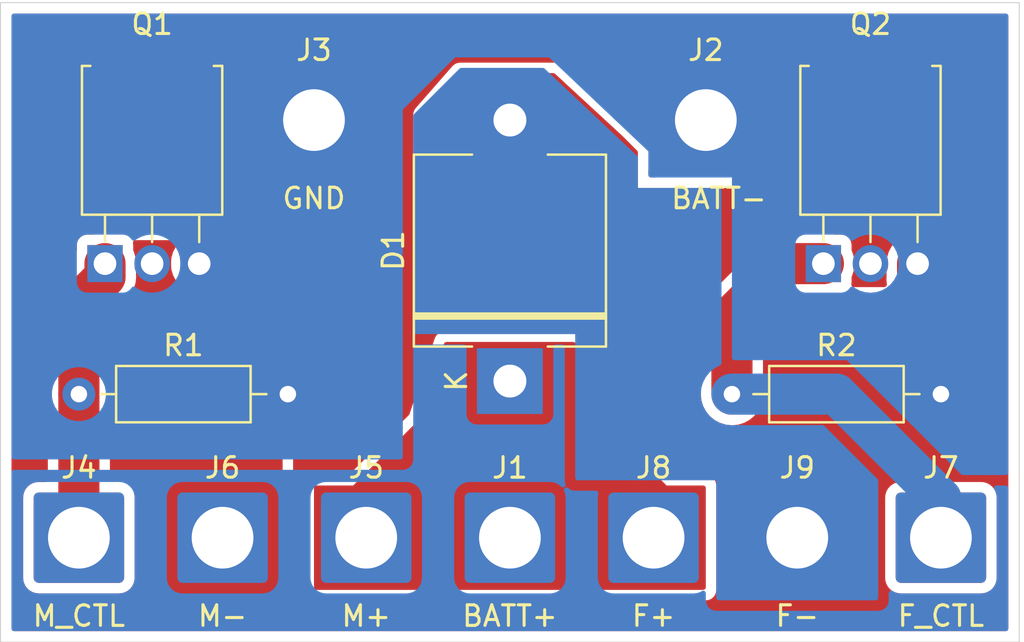
<source format=kicad_pcb>
(kicad_pcb (version 20171130) (host pcbnew "(5.1.6)-1")

  (general
    (thickness 1.6)
    (drawings 13)
    (tracks 13)
    (zones 0)
    (modules 14)
    (nets 7)
  )

  (page A4)
  (title_block
    (title "Fogger Control")
    (date 2020-08-02)
    (rev 00)
    (company "Defense Digital Service")
  )

  (layers
    (0 F.Cu signal)
    (31 B.Cu signal)
    (32 B.Adhes user)
    (33 F.Adhes user)
    (34 B.Paste user)
    (35 F.Paste user)
    (36 B.SilkS user)
    (37 F.SilkS user)
    (38 B.Mask user)
    (39 F.Mask user)
    (40 Dwgs.User user)
    (41 Cmts.User user)
    (42 Eco1.User user)
    (43 Eco2.User user)
    (44 Edge.Cuts user)
    (45 Margin user)
    (46 B.CrtYd user)
    (47 F.CrtYd user)
    (48 B.Fab user)
    (49 F.Fab user hide)
  )

  (setup
    (last_trace_width 2)
    (user_trace_width 2)
    (user_trace_width 4)
    (trace_clearance 0.2)
    (zone_clearance 0.508)
    (zone_45_only no)
    (trace_min 0.2)
    (via_size 0.8)
    (via_drill 0.4)
    (via_min_size 0.4)
    (via_min_drill 0.3)
    (uvia_size 0.3)
    (uvia_drill 0.1)
    (uvias_allowed no)
    (uvia_min_size 0.2)
    (uvia_min_drill 0.1)
    (edge_width 0.05)
    (segment_width 0.2)
    (pcb_text_width 0.3)
    (pcb_text_size 1.5 1.5)
    (mod_edge_width 0.12)
    (mod_text_size 1 1)
    (mod_text_width 0.15)
    (pad_size 1.524 1.524)
    (pad_drill 0.762)
    (pad_to_mask_clearance 0.05)
    (aux_axis_origin 0 0)
    (visible_elements FFFFFF7F)
    (pcbplotparams
      (layerselection 0x010fc_ffffffff)
      (usegerberextensions false)
      (usegerberattributes true)
      (usegerberadvancedattributes true)
      (creategerberjobfile true)
      (excludeedgelayer true)
      (linewidth 0.100000)
      (plotframeref false)
      (viasonmask false)
      (mode 1)
      (useauxorigin false)
      (hpglpennumber 1)
      (hpglpenspeed 20)
      (hpglpendiameter 15.000000)
      (psnegative false)
      (psa4output false)
      (plotreference true)
      (plotvalue false)
      (plotinvisibletext false)
      (padsonsilk false)
      (subtractmaskfromsilk false)
      (outputformat 1)
      (mirror false)
      (drillshape 0)
      (scaleselection 1)
      (outputdirectory "Outputs/"))
  )

  (net 0 "")
  (net 1 +BATT)
  (net 2 "Net-(D1-Pad2)")
  (net 3 GNDREF)
  (net 4 "Net-(J4-Pad1)")
  (net 5 "Net-(J6-Pad1)")
  (net 6 "Net-(J7-Pad1)")

  (net_class Default "This is the default net class."
    (clearance 0.2)
    (trace_width 0.25)
    (via_dia 0.8)
    (via_drill 0.4)
    (uvia_dia 0.3)
    (uvia_drill 0.1)
    (add_net +BATT)
    (add_net GNDREF)
    (add_net "Net-(D1-Pad2)")
    (add_net "Net-(J4-Pad1)")
    (add_net "Net-(J6-Pad1)")
    (add_net "Net-(J7-Pad1)")
  )

  (module Diode_THT:D_P600_R-6_P12.70mm_Horizontal (layer F.Cu) (tedit 5AE50CD5) (tstamp 5F262297)
    (at 126.365 100.33 90)
    (descr "Diode, P600_R-6 series, Axial, Horizontal, pin pitch=12.7mm, , length*diameter=9.1*9.1mm^2, , http://www.vishay.com/docs/88692/p600a.pdf, http://www.diodes.com/_files/packages/R-6.pdf")
    (tags "Diode P600_R-6 series Axial Horizontal pin pitch 12.7mm  length 9.1mm diameter 9.1mm")
    (path /5F25A9FE)
    (fp_text reference D1 (at 6.35 -5.67 90) (layer F.SilkS)
      (effects (font (size 1 1) (thickness 0.15)))
    )
    (fp_text value NA (at 6.35 5.67 90) (layer F.Fab)
      (effects (font (size 1 1) (thickness 0.15)))
    )
    (fp_line (start 14.55 -4.8) (end -1.85 -4.8) (layer F.CrtYd) (width 0.05))
    (fp_line (start 14.55 4.8) (end 14.55 -4.8) (layer F.CrtYd) (width 0.05))
    (fp_line (start -1.85 4.8) (end 14.55 4.8) (layer F.CrtYd) (width 0.05))
    (fp_line (start -1.85 -4.8) (end -1.85 4.8) (layer F.CrtYd) (width 0.05))
    (fp_line (start 3.045 -4.67) (end 3.045 4.67) (layer F.SilkS) (width 0.12))
    (fp_line (start 3.285 -4.67) (end 3.285 4.67) (layer F.SilkS) (width 0.12))
    (fp_line (start 3.165 -4.67) (end 3.165 4.67) (layer F.SilkS) (width 0.12))
    (fp_line (start 11.02 4.67) (end 11.02 1.84) (layer F.SilkS) (width 0.12))
    (fp_line (start 1.68 4.67) (end 11.02 4.67) (layer F.SilkS) (width 0.12))
    (fp_line (start 1.68 1.84) (end 1.68 4.67) (layer F.SilkS) (width 0.12))
    (fp_line (start 11.02 -4.67) (end 11.02 -1.84) (layer F.SilkS) (width 0.12))
    (fp_line (start 1.68 -4.67) (end 11.02 -4.67) (layer F.SilkS) (width 0.12))
    (fp_line (start 1.68 -1.84) (end 1.68 -4.67) (layer F.SilkS) (width 0.12))
    (fp_line (start 3.065 -4.55) (end 3.065 4.55) (layer F.Fab) (width 0.1))
    (fp_line (start 3.265 -4.55) (end 3.265 4.55) (layer F.Fab) (width 0.1))
    (fp_line (start 3.165 -4.55) (end 3.165 4.55) (layer F.Fab) (width 0.1))
    (fp_line (start 12.7 0) (end 10.9 0) (layer F.Fab) (width 0.1))
    (fp_line (start 0 0) (end 1.8 0) (layer F.Fab) (width 0.1))
    (fp_line (start 10.9 -4.55) (end 1.8 -4.55) (layer F.Fab) (width 0.1))
    (fp_line (start 10.9 4.55) (end 10.9 -4.55) (layer F.Fab) (width 0.1))
    (fp_line (start 1.8 4.55) (end 10.9 4.55) (layer F.Fab) (width 0.1))
    (fp_line (start 1.8 -4.55) (end 1.8 4.55) (layer F.Fab) (width 0.1))
    (fp_text user %R (at 7.0325 0 90) (layer F.Fab)
      (effects (font (size 1 1) (thickness 0.15)))
    )
    (fp_text user K (at 0 -2.6 90) (layer F.Fab)
      (effects (font (size 1 1) (thickness 0.15)))
    )
    (fp_text user K (at 0 -2.6 90) (layer F.SilkS)
      (effects (font (size 1 1) (thickness 0.15)))
    )
    (pad 1 thru_hole rect (at 0 0 90) (size 3.2 3.2) (drill 1.6) (layers *.Cu *.Mask)
      (net 1 +BATT))
    (pad 2 thru_hole oval (at 12.7 0 90) (size 3.2 3.2) (drill 1.6) (layers *.Cu *.Mask)
      (net 2 "Net-(D1-Pad2)"))
    (model ${KISYS3DMOD}/Diode_THT.3dshapes/D_P600_R-6_P12.70mm_Horizontal.wrl
      (at (xyz 0 0 0))
      (scale (xyz 1 1 1))
      (rotate (xyz 0 0 0))
    )
  )

  (module Connector_Wire:SolderWire-2.5sqmm_1x01_D2.4mm_OD4.4mm (layer F.Cu) (tedit 5EB70B45) (tstamp 5F2619FB)
    (at 126.365 107.95)
    (descr "Soldered wire connection, for a single 2.5 mm² wire, reinforced insulation, conductor diameter 2.4mm, outer diameter 4.4mm, size source Multi-Contact FLEXI-xV 2.5 (https://ec.staubli.com/AcroFiles/Catalogues/TM_Cab-Main-11014119_(en)_hi.pdf), bend radius 3 times outer diameter, generated with kicad-footprint-generator")
    (tags "connector wire 2.5sqmm")
    (path /5F25FC02)
    (attr virtual)
    (fp_text reference J1 (at 0 -3.4) (layer F.SilkS)
      (effects (font (size 1 1) (thickness 0.15)))
    )
    (fp_text value "Batt +" (at 0 3.4) (layer F.Fab)
      (effects (font (size 1 1) (thickness 0.15)))
    )
    (fp_line (start 2.95 -2.7) (end -2.95 -2.7) (layer F.CrtYd) (width 0.05))
    (fp_line (start 2.95 2.7) (end 2.95 -2.7) (layer F.CrtYd) (width 0.05))
    (fp_line (start -2.95 2.7) (end 2.95 2.7) (layer F.CrtYd) (width 0.05))
    (fp_line (start -2.95 -2.7) (end -2.95 2.7) (layer F.CrtYd) (width 0.05))
    (fp_circle (center 0 0) (end 2.2 0) (layer F.Fab) (width 0.1))
    (fp_text user %R (at 0 0) (layer F.Fab)
      (effects (font (size 1 1) (thickness 0.15)))
    )
    (pad 1 thru_hole roundrect (at 0 0) (size 4.4 4.4) (drill 3) (layers *.Cu *.Mask) (roundrect_rratio 0.056818)
      (net 1 +BATT))
    (model ${KISYS3DMOD}/Connector_Wire.3dshapes/SolderWire-2.5sqmm_1x01_D2.4mm_OD4.4mm.wrl
      (at (xyz 0 0 0))
      (scale (xyz 1 1 1))
      (rotate (xyz 0 0 0))
    )
  )

  (module Connector_Wire:SolderWire-2.5sqmm_1x01_D2.4mm_OD4.4mm (layer F.Cu) (tedit 5EB70B45) (tstamp 5F262C87)
    (at 135.89 87.63)
    (descr "Soldered wire connection, for a single 2.5 mm² wire, reinforced insulation, conductor diameter 2.4mm, outer diameter 4.4mm, size source Multi-Contact FLEXI-xV 2.5 (https://ec.staubli.com/AcroFiles/Catalogues/TM_Cab-Main-11014119_(en)_hi.pdf), bend radius 3 times outer diameter, generated with kicad-footprint-generator")
    (tags "connector wire 2.5sqmm")
    (path /5F25FFF2)
    (attr virtual)
    (fp_text reference J2 (at 0 -3.4) (layer F.SilkS)
      (effects (font (size 1 1) (thickness 0.15)))
    )
    (fp_text value "Batt -" (at 0 3.4) (layer F.Fab)
      (effects (font (size 1 1) (thickness 0.15)))
    )
    (fp_text user %R (at 0 0) (layer F.Fab)
      (effects (font (size 1 1) (thickness 0.15)))
    )
    (fp_circle (center 0 0) (end 2.2 0) (layer F.Fab) (width 0.1))
    (fp_line (start -2.95 -2.7) (end -2.95 2.7) (layer F.CrtYd) (width 0.05))
    (fp_line (start -2.95 2.7) (end 2.95 2.7) (layer F.CrtYd) (width 0.05))
    (fp_line (start 2.95 2.7) (end 2.95 -2.7) (layer F.CrtYd) (width 0.05))
    (fp_line (start 2.95 -2.7) (end -2.95 -2.7) (layer F.CrtYd) (width 0.05))
    (pad 1 thru_hole roundrect (at 0 0) (size 4.4 4.4) (drill 3) (layers *.Cu *.Mask) (roundrect_rratio 0.056818)
      (net 3 GNDREF))
    (model ${KISYS3DMOD}/Connector_Wire.3dshapes/SolderWire-2.5sqmm_1x01_D2.4mm_OD4.4mm.wrl
      (at (xyz 0 0 0))
      (scale (xyz 1 1 1))
      (rotate (xyz 0 0 0))
    )
  )

  (module Connector_Wire:SolderWire-2.5sqmm_1x01_D2.4mm_OD4.4mm (layer F.Cu) (tedit 5EB70B45) (tstamp 5F261A11)
    (at 116.84 87.63)
    (descr "Soldered wire connection, for a single 2.5 mm² wire, reinforced insulation, conductor diameter 2.4mm, outer diameter 4.4mm, size source Multi-Contact FLEXI-xV 2.5 (https://ec.staubli.com/AcroFiles/Catalogues/TM_Cab-Main-11014119_(en)_hi.pdf), bend radius 3 times outer diameter, generated with kicad-footprint-generator")
    (tags "connector wire 2.5sqmm")
    (path /5F262390)
    (attr virtual)
    (fp_text reference J3 (at 0 -3.4) (layer F.SilkS)
      (effects (font (size 1 1) (thickness 0.15)))
    )
    (fp_text value Control_GND (at 0 3.4) (layer F.Fab)
      (effects (font (size 1 1) (thickness 0.15)))
    )
    (fp_line (start 2.95 -2.7) (end -2.95 -2.7) (layer F.CrtYd) (width 0.05))
    (fp_line (start 2.95 2.7) (end 2.95 -2.7) (layer F.CrtYd) (width 0.05))
    (fp_line (start -2.95 2.7) (end 2.95 2.7) (layer F.CrtYd) (width 0.05))
    (fp_line (start -2.95 -2.7) (end -2.95 2.7) (layer F.CrtYd) (width 0.05))
    (fp_circle (center 0 0) (end 2.2 0) (layer F.Fab) (width 0.1))
    (fp_text user %R (at 0 0) (layer F.Fab)
      (effects (font (size 1 1) (thickness 0.15)))
    )
    (pad 1 thru_hole roundrect (at 0 0) (size 4.4 4.4) (drill 3) (layers *.Cu *.Mask) (roundrect_rratio 0.056818)
      (net 3 GNDREF))
    (model ${KISYS3DMOD}/Connector_Wire.3dshapes/SolderWire-2.5sqmm_1x01_D2.4mm_OD4.4mm.wrl
      (at (xyz 0 0 0))
      (scale (xyz 1 1 1))
      (rotate (xyz 0 0 0))
    )
  )

  (module Connector_Wire:SolderWire-2.5sqmm_1x01_D2.4mm_OD4.4mm (layer F.Cu) (tedit 5EB70B45) (tstamp 5F262ABE)
    (at 105.41 107.95)
    (descr "Soldered wire connection, for a single 2.5 mm² wire, reinforced insulation, conductor diameter 2.4mm, outer diameter 4.4mm, size source Multi-Contact FLEXI-xV 2.5 (https://ec.staubli.com/AcroFiles/Catalogues/TM_Cab-Main-11014119_(en)_hi.pdf), bend radius 3 times outer diameter, generated with kicad-footprint-generator")
    (tags "connector wire 2.5sqmm")
    (path /5F261BB1)
    (attr virtual)
    (fp_text reference J4 (at 0 -3.4) (layer F.SilkS)
      (effects (font (size 1 1) (thickness 0.15)))
    )
    (fp_text value Control_Smoke (at 0 3.4) (layer F.Fab)
      (effects (font (size 1 1) (thickness 0.15)))
    )
    (fp_line (start 2.95 -2.7) (end -2.95 -2.7) (layer F.CrtYd) (width 0.05))
    (fp_line (start 2.95 2.7) (end 2.95 -2.7) (layer F.CrtYd) (width 0.05))
    (fp_line (start -2.95 2.7) (end 2.95 2.7) (layer F.CrtYd) (width 0.05))
    (fp_line (start -2.95 -2.7) (end -2.95 2.7) (layer F.CrtYd) (width 0.05))
    (fp_circle (center 0 0) (end 2.2 0) (layer F.Fab) (width 0.1))
    (fp_text user %R (at 0 0) (layer F.Fab)
      (effects (font (size 1 1) (thickness 0.15)))
    )
    (pad 1 thru_hole roundrect (at 0 0) (size 4.4 4.4) (drill 3) (layers *.Cu *.Mask) (roundrect_rratio 0.056818)
      (net 4 "Net-(J4-Pad1)"))
    (model ${KISYS3DMOD}/Connector_Wire.3dshapes/SolderWire-2.5sqmm_1x01_D2.4mm_OD4.4mm.wrl
      (at (xyz 0 0 0))
      (scale (xyz 1 1 1))
      (rotate (xyz 0 0 0))
    )
  )

  (module Connector_Wire:SolderWire-2.5sqmm_1x01_D2.4mm_OD4.4mm (layer F.Cu) (tedit 5EB70B45) (tstamp 5F26211F)
    (at 119.38 107.95)
    (descr "Soldered wire connection, for a single 2.5 mm² wire, reinforced insulation, conductor diameter 2.4mm, outer diameter 4.4mm, size source Multi-Contact FLEXI-xV 2.5 (https://ec.staubli.com/AcroFiles/Catalogues/TM_Cab-Main-11014119_(en)_hi.pdf), bend radius 3 times outer diameter, generated with kicad-footprint-generator")
    (tags "connector wire 2.5sqmm")
    (path /5F261661)
    (attr virtual)
    (fp_text reference J5 (at 0 -3.4) (layer F.SilkS)
      (effects (font (size 1 1) (thickness 0.15)))
    )
    (fp_text value "Smoke +" (at 0 3.4) (layer F.Fab)
      (effects (font (size 1 1) (thickness 0.15)))
    )
    (fp_text user %R (at 0 0) (layer F.Fab)
      (effects (font (size 1 1) (thickness 0.15)))
    )
    (fp_circle (center 0 0) (end 2.2 0) (layer F.Fab) (width 0.1))
    (fp_line (start -2.95 -2.7) (end -2.95 2.7) (layer F.CrtYd) (width 0.05))
    (fp_line (start -2.95 2.7) (end 2.95 2.7) (layer F.CrtYd) (width 0.05))
    (fp_line (start 2.95 2.7) (end 2.95 -2.7) (layer F.CrtYd) (width 0.05))
    (fp_line (start 2.95 -2.7) (end -2.95 -2.7) (layer F.CrtYd) (width 0.05))
    (pad 1 thru_hole roundrect (at 0 0) (size 4.4 4.4) (drill 3) (layers *.Cu *.Mask) (roundrect_rratio 0.056818)
      (net 1 +BATT))
    (model ${KISYS3DMOD}/Connector_Wire.3dshapes/SolderWire-2.5sqmm_1x01_D2.4mm_OD4.4mm.wrl
      (at (xyz 0 0 0))
      (scale (xyz 1 1 1))
      (rotate (xyz 0 0 0))
    )
  )

  (module Connector_Wire:SolderWire-2.5sqmm_1x01_D2.4mm_OD4.4mm (layer F.Cu) (tedit 5EB70B45) (tstamp 5F2625A7)
    (at 112.395 107.95)
    (descr "Soldered wire connection, for a single 2.5 mm² wire, reinforced insulation, conductor diameter 2.4mm, outer diameter 4.4mm, size source Multi-Contact FLEXI-xV 2.5 (https://ec.staubli.com/AcroFiles/Catalogues/TM_Cab-Main-11014119_(en)_hi.pdf), bend radius 3 times outer diameter, generated with kicad-footprint-generator")
    (tags "connector wire 2.5sqmm")
    (path /5F26194E)
    (attr virtual)
    (fp_text reference J6 (at 0 -3.4) (layer F.SilkS)
      (effects (font (size 1 1) (thickness 0.15)))
    )
    (fp_text value "Smoke -" (at 0 3.4) (layer F.Fab)
      (effects (font (size 1 1) (thickness 0.15)))
    )
    (fp_line (start 2.95 -2.7) (end -2.95 -2.7) (layer F.CrtYd) (width 0.05))
    (fp_line (start 2.95 2.7) (end 2.95 -2.7) (layer F.CrtYd) (width 0.05))
    (fp_line (start -2.95 2.7) (end 2.95 2.7) (layer F.CrtYd) (width 0.05))
    (fp_line (start -2.95 -2.7) (end -2.95 2.7) (layer F.CrtYd) (width 0.05))
    (fp_circle (center 0 0) (end 2.2 0) (layer F.Fab) (width 0.1))
    (fp_text user %R (at 0 0) (layer F.Fab)
      (effects (font (size 1 1) (thickness 0.15)))
    )
    (pad 1 thru_hole roundrect (at 0 0) (size 4.4 4.4) (drill 3) (layers *.Cu *.Mask) (roundrect_rratio 0.056818)
      (net 5 "Net-(J6-Pad1)"))
    (model ${KISYS3DMOD}/Connector_Wire.3dshapes/SolderWire-2.5sqmm_1x01_D2.4mm_OD4.4mm.wrl
      (at (xyz 0 0 0))
      (scale (xyz 1 1 1))
      (rotate (xyz 0 0 0))
    )
  )

  (module Connector_Wire:SolderWire-2.5sqmm_1x01_D2.4mm_OD4.4mm (layer F.Cu) (tedit 5EB70B45) (tstamp 5F26283A)
    (at 147.32 107.95)
    (descr "Soldered wire connection, for a single 2.5 mm² wire, reinforced insulation, conductor diameter 2.4mm, outer diameter 4.4mm, size source Multi-Contact FLEXI-xV 2.5 (https://ec.staubli.com/AcroFiles/Catalogues/TM_Cab-Main-11014119_(en)_hi.pdf), bend radius 3 times outer diameter, generated with kicad-footprint-generator")
    (tags "connector wire 2.5sqmm")
    (path /5F262089)
    (attr virtual)
    (fp_text reference J7 (at 0 -3.4) (layer F.SilkS)
      (effects (font (size 1 1) (thickness 0.15)))
    )
    (fp_text value Control_Motor (at 0 3.4) (layer F.Fab)
      (effects (font (size 1 1) (thickness 0.15)))
    )
    (fp_text user %R (at 0 0) (layer F.Fab)
      (effects (font (size 1 1) (thickness 0.15)))
    )
    (fp_circle (center 0 0) (end 2.2 0) (layer F.Fab) (width 0.1))
    (fp_line (start -2.95 -2.7) (end -2.95 2.7) (layer F.CrtYd) (width 0.05))
    (fp_line (start -2.95 2.7) (end 2.95 2.7) (layer F.CrtYd) (width 0.05))
    (fp_line (start 2.95 2.7) (end 2.95 -2.7) (layer F.CrtYd) (width 0.05))
    (fp_line (start 2.95 -2.7) (end -2.95 -2.7) (layer F.CrtYd) (width 0.05))
    (pad 1 thru_hole roundrect (at 0 0) (size 4.4 4.4) (drill 3) (layers *.Cu *.Mask) (roundrect_rratio 0.056818)
      (net 6 "Net-(J7-Pad1)"))
    (model ${KISYS3DMOD}/Connector_Wire.3dshapes/SolderWire-2.5sqmm_1x01_D2.4mm_OD4.4mm.wrl
      (at (xyz 0 0 0))
      (scale (xyz 1 1 1))
      (rotate (xyz 0 0 0))
    )
  )

  (module Connector_Wire:SolderWire-2.5sqmm_1x01_D2.4mm_OD4.4mm (layer F.Cu) (tedit 5EB70B45) (tstamp 5F261A48)
    (at 133.35 107.95)
    (descr "Soldered wire connection, for a single 2.5 mm² wire, reinforced insulation, conductor diameter 2.4mm, outer diameter 4.4mm, size source Multi-Contact FLEXI-xV 2.5 (https://ec.staubli.com/AcroFiles/Catalogues/TM_Cab-Main-11014119_(en)_hi.pdf), bend radius 3 times outer diameter, generated with kicad-footprint-generator")
    (tags "connector wire 2.5sqmm")
    (path /5F25ECDA)
    (attr virtual)
    (fp_text reference J8 (at 0 -3.4) (layer F.SilkS)
      (effects (font (size 1 1) (thickness 0.15)))
    )
    (fp_text value "Motor +" (at 0 3.4) (layer F.Fab)
      (effects (font (size 1 1) (thickness 0.15)))
    )
    (fp_line (start 2.95 -2.7) (end -2.95 -2.7) (layer F.CrtYd) (width 0.05))
    (fp_line (start 2.95 2.7) (end 2.95 -2.7) (layer F.CrtYd) (width 0.05))
    (fp_line (start -2.95 2.7) (end 2.95 2.7) (layer F.CrtYd) (width 0.05))
    (fp_line (start -2.95 -2.7) (end -2.95 2.7) (layer F.CrtYd) (width 0.05))
    (fp_circle (center 0 0) (end 2.2 0) (layer F.Fab) (width 0.1))
    (fp_text user %R (at 0 0) (layer F.Fab)
      (effects (font (size 1 1) (thickness 0.15)))
    )
    (pad 1 thru_hole roundrect (at 0 0) (size 4.4 4.4) (drill 3) (layers *.Cu *.Mask) (roundrect_rratio 0.056818)
      (net 1 +BATT))
    (model ${KISYS3DMOD}/Connector_Wire.3dshapes/SolderWire-2.5sqmm_1x01_D2.4mm_OD4.4mm.wrl
      (at (xyz 0 0 0))
      (scale (xyz 1 1 1))
      (rotate (xyz 0 0 0))
    )
  )

  (module Connector_Wire:SolderWire-2.5sqmm_1x01_D2.4mm_OD4.4mm (layer F.Cu) (tedit 5EB70B45) (tstamp 5F261A53)
    (at 140.335 107.95)
    (descr "Soldered wire connection, for a single 2.5 mm² wire, reinforced insulation, conductor diameter 2.4mm, outer diameter 4.4mm, size source Multi-Contact FLEXI-xV 2.5 (https://ec.staubli.com/AcroFiles/Catalogues/TM_Cab-Main-11014119_(en)_hi.pdf), bend radius 3 times outer diameter, generated with kicad-footprint-generator")
    (tags "connector wire 2.5sqmm")
    (path /5F25F9B5)
    (attr virtual)
    (fp_text reference J9 (at 0 -3.4) (layer F.SilkS)
      (effects (font (size 1 1) (thickness 0.15)))
    )
    (fp_text value "Motor -" (at 0 3.4) (layer F.Fab)
      (effects (font (size 1 1) (thickness 0.15)))
    )
    (fp_text user %R (at 0 0) (layer F.Fab)
      (effects (font (size 1 1) (thickness 0.15)))
    )
    (fp_circle (center 0 0) (end 2.2 0) (layer F.Fab) (width 0.1))
    (fp_line (start -2.95 -2.7) (end -2.95 2.7) (layer F.CrtYd) (width 0.05))
    (fp_line (start -2.95 2.7) (end 2.95 2.7) (layer F.CrtYd) (width 0.05))
    (fp_line (start 2.95 2.7) (end 2.95 -2.7) (layer F.CrtYd) (width 0.05))
    (fp_line (start 2.95 -2.7) (end -2.95 -2.7) (layer F.CrtYd) (width 0.05))
    (pad 1 thru_hole roundrect (at 0 0) (size 4.4 4.4) (drill 3) (layers *.Cu *.Mask) (roundrect_rratio 0.056818)
      (net 2 "Net-(D1-Pad2)"))
    (model ${KISYS3DMOD}/Connector_Wire.3dshapes/SolderWire-2.5sqmm_1x01_D2.4mm_OD4.4mm.wrl
      (at (xyz 0 0 0))
      (scale (xyz 1 1 1))
      (rotate (xyz 0 0 0))
    )
  )

  (module Package_TO_SOT_THT:TO-251-3-1EP_Horizontal_TabDown (layer F.Cu) (tedit 5ACC4916) (tstamp 5F26261C)
    (at 106.68 94.615)
    (descr "TO-251-3, Horizontal, RM 2.29mm, IPAK, see https://www.diodes.com/assets/Package-Files/TO251.pdf")
    (tags "TO-251-3 Horizontal RM 2.29mm IPAK")
    (path /5F2691AF)
    (fp_text reference Q1 (at 2.29 -11.653333) (layer F.SilkS)
      (effects (font (size 1 1) (thickness 0.15)))
    )
    (fp_text value IRLU8743PBF-ND (at 2.29 1.9) (layer F.Fab)
      (effects (font (size 1 1) (thickness 0.15)))
    )
    (fp_text user %R (at 2.29 -11.653333) (layer F.Fab)
      (effects (font (size 1 1) (thickness 0.15)))
    )
    (fp_line (start -0.38 -8.6) (end -0.38 -9.5) (layer F.Fab) (width 0.1))
    (fp_line (start -0.38 -9.5) (end 4.96 -9.5) (layer F.Fab) (width 0.1))
    (fp_line (start 4.96 -9.5) (end 4.96 -8.6) (layer F.Fab) (width 0.1))
    (fp_line (start 4.96 -8.6) (end -0.38 -8.6) (layer F.Fab) (width 0.1))
    (fp_line (start -1 -2.5) (end -1 -8.6) (layer F.Fab) (width 0.1))
    (fp_line (start -1 -8.6) (end 5.58 -8.6) (layer F.Fab) (width 0.1))
    (fp_line (start 5.58 -8.6) (end 5.58 -2.5) (layer F.Fab) (width 0.1))
    (fp_line (start 5.58 -2.5) (end -1 -2.5) (layer F.Fab) (width 0.1))
    (fp_line (start 0 -2.5) (end 0 0) (layer F.Fab) (width 0.1))
    (fp_line (start 2.29 -2.5) (end 2.29 0) (layer F.Fab) (width 0.1))
    (fp_line (start 4.58 -2.5) (end 4.58 0) (layer F.Fab) (width 0.1))
    (fp_line (start -1.12 -2.38) (end 5.7 -2.38) (layer F.SilkS) (width 0.12))
    (fp_line (start -1.12 -9.62) (end -0.711 -9.62) (layer F.SilkS) (width 0.12))
    (fp_line (start 5.291 -9.62) (end 5.7 -9.62) (layer F.SilkS) (width 0.12))
    (fp_line (start -1.12 -9.62) (end -1.12 -2.38) (layer F.SilkS) (width 0.12))
    (fp_line (start 5.7 -9.62) (end 5.7 -2.38) (layer F.SilkS) (width 0.12))
    (fp_line (start 0 -2.38) (end 0 -1.05) (layer F.SilkS) (width 0.12))
    (fp_line (start 2.29 -2.38) (end 2.29 -1.05) (layer F.SilkS) (width 0.12))
    (fp_line (start 4.58 -2.38) (end 4.58 -1.05) (layer F.SilkS) (width 0.12))
    (fp_line (start -1.25 -10.79) (end -1.25 1.16) (layer F.CrtYd) (width 0.05))
    (fp_line (start -1.25 1.16) (end 5.83 1.16) (layer F.CrtYd) (width 0.05))
    (fp_line (start 5.83 1.16) (end 5.83 -10.79) (layer F.CrtYd) (width 0.05))
    (fp_line (start 5.83 -10.79) (end -1.25 -10.79) (layer F.CrtYd) (width 0.05))
    (pad 3 thru_hole oval (at 4.58 0) (size 1.7175 1.8) (drill 1.1) (layers *.Cu *.Mask)
      (net 3 GNDREF))
    (pad 2 thru_hole oval (at 2.29 0) (size 1.7175 1.8) (drill 1.1) (layers *.Cu *.Mask)
      (net 5 "Net-(J6-Pad1)"))
    (pad 1 thru_hole rect (at 0 0) (size 1.7175 1.8) (drill 1.1) (layers *.Cu *.Mask)
      (net 4 "Net-(J4-Pad1)"))
    (pad 4 smd rect (at 2.29 -7.433333) (size 5.7 6.2) (layers F.Cu F.Paste F.Mask))
    (model ${KISYS3DMOD}/Package_TO_SOT_THT.3dshapes/TO-251-3-1EP_Horizontal_TabDown.wrl
      (at (xyz 0 0 0))
      (scale (xyz 1 1 1))
      (rotate (xyz 0 0 0))
    )
  )

  (module Package_TO_SOT_THT:TO-251-3-1EP_Horizontal_TabDown (layer F.Cu) (tedit 5ACC4916) (tstamp 5F2627F2)
    (at 141.605 94.615)
    (descr "TO-251-3, Horizontal, RM 2.29mm, IPAK, see https://www.diodes.com/assets/Package-Files/TO251.pdf")
    (tags "TO-251-3 Horizontal RM 2.29mm IPAK")
    (path /5F2682B6)
    (fp_text reference Q2 (at 2.29 -11.653333) (layer F.SilkS)
      (effects (font (size 1 1) (thickness 0.15)))
    )
    (fp_text value IRLU8743PBF-ND (at 2.29 1.9) (layer F.Fab)
      (effects (font (size 1 1) (thickness 0.15)))
    )
    (fp_line (start 5.83 -10.79) (end -1.25 -10.79) (layer F.CrtYd) (width 0.05))
    (fp_line (start 5.83 1.16) (end 5.83 -10.79) (layer F.CrtYd) (width 0.05))
    (fp_line (start -1.25 1.16) (end 5.83 1.16) (layer F.CrtYd) (width 0.05))
    (fp_line (start -1.25 -10.79) (end -1.25 1.16) (layer F.CrtYd) (width 0.05))
    (fp_line (start 4.58 -2.38) (end 4.58 -1.05) (layer F.SilkS) (width 0.12))
    (fp_line (start 2.29 -2.38) (end 2.29 -1.05) (layer F.SilkS) (width 0.12))
    (fp_line (start 0 -2.38) (end 0 -1.05) (layer F.SilkS) (width 0.12))
    (fp_line (start 5.7 -9.62) (end 5.7 -2.38) (layer F.SilkS) (width 0.12))
    (fp_line (start -1.12 -9.62) (end -1.12 -2.38) (layer F.SilkS) (width 0.12))
    (fp_line (start 5.291 -9.62) (end 5.7 -9.62) (layer F.SilkS) (width 0.12))
    (fp_line (start -1.12 -9.62) (end -0.711 -9.62) (layer F.SilkS) (width 0.12))
    (fp_line (start -1.12 -2.38) (end 5.7 -2.38) (layer F.SilkS) (width 0.12))
    (fp_line (start 4.58 -2.5) (end 4.58 0) (layer F.Fab) (width 0.1))
    (fp_line (start 2.29 -2.5) (end 2.29 0) (layer F.Fab) (width 0.1))
    (fp_line (start 0 -2.5) (end 0 0) (layer F.Fab) (width 0.1))
    (fp_line (start 5.58 -2.5) (end -1 -2.5) (layer F.Fab) (width 0.1))
    (fp_line (start 5.58 -8.6) (end 5.58 -2.5) (layer F.Fab) (width 0.1))
    (fp_line (start -1 -8.6) (end 5.58 -8.6) (layer F.Fab) (width 0.1))
    (fp_line (start -1 -2.5) (end -1 -8.6) (layer F.Fab) (width 0.1))
    (fp_line (start 4.96 -8.6) (end -0.38 -8.6) (layer F.Fab) (width 0.1))
    (fp_line (start 4.96 -9.5) (end 4.96 -8.6) (layer F.Fab) (width 0.1))
    (fp_line (start -0.38 -9.5) (end 4.96 -9.5) (layer F.Fab) (width 0.1))
    (fp_line (start -0.38 -8.6) (end -0.38 -9.5) (layer F.Fab) (width 0.1))
    (fp_text user %R (at 2.29 -11.653333) (layer F.Fab)
      (effects (font (size 1 1) (thickness 0.15)))
    )
    (pad 4 smd rect (at 2.29 -7.433333) (size 5.7 6.2) (layers F.Cu F.Paste F.Mask))
    (pad 1 thru_hole rect (at 0 0) (size 1.7175 1.8) (drill 1.1) (layers *.Cu *.Mask)
      (net 6 "Net-(J7-Pad1)"))
    (pad 2 thru_hole oval (at 2.29 0) (size 1.7175 1.8) (drill 1.1) (layers *.Cu *.Mask)
      (net 2 "Net-(D1-Pad2)"))
    (pad 3 thru_hole oval (at 4.58 0) (size 1.7175 1.8) (drill 1.1) (layers *.Cu *.Mask)
      (net 3 GNDREF))
    (model ${KISYS3DMOD}/Package_TO_SOT_THT.3dshapes/TO-251-3-1EP_Horizontal_TabDown.wrl
      (at (xyz 0 0 0))
      (scale (xyz 1 1 1))
      (rotate (xyz 0 0 0))
    )
  )

  (module Resistor_THT:R_Axial_DIN0207_L6.3mm_D2.5mm_P10.16mm_Horizontal (layer F.Cu) (tedit 5AE5139B) (tstamp 5F2625D1)
    (at 105.41 100.965)
    (descr "Resistor, Axial_DIN0207 series, Axial, Horizontal, pin pitch=10.16mm, 0.25W = 1/4W, length*diameter=6.3*2.5mm^2, http://cdn-reichelt.de/documents/datenblatt/B400/1_4W%23YAG.pdf")
    (tags "Resistor Axial_DIN0207 series Axial Horizontal pin pitch 10.16mm 0.25W = 1/4W length 6.3mm diameter 2.5mm")
    (path /5F25E19A)
    (fp_text reference R1 (at 5.08 -2.37) (layer F.SilkS)
      (effects (font (size 1 1) (thickness 0.15)))
    )
    (fp_text value 10K (at 5.08 2.37) (layer F.Fab)
      (effects (font (size 1 1) (thickness 0.15)))
    )
    (fp_text user %R (at 5.08 0) (layer F.Fab)
      (effects (font (size 1 1) (thickness 0.15)))
    )
    (fp_line (start 1.93 -1.25) (end 1.93 1.25) (layer F.Fab) (width 0.1))
    (fp_line (start 1.93 1.25) (end 8.23 1.25) (layer F.Fab) (width 0.1))
    (fp_line (start 8.23 1.25) (end 8.23 -1.25) (layer F.Fab) (width 0.1))
    (fp_line (start 8.23 -1.25) (end 1.93 -1.25) (layer F.Fab) (width 0.1))
    (fp_line (start 0 0) (end 1.93 0) (layer F.Fab) (width 0.1))
    (fp_line (start 10.16 0) (end 8.23 0) (layer F.Fab) (width 0.1))
    (fp_line (start 1.81 -1.37) (end 1.81 1.37) (layer F.SilkS) (width 0.12))
    (fp_line (start 1.81 1.37) (end 8.35 1.37) (layer F.SilkS) (width 0.12))
    (fp_line (start 8.35 1.37) (end 8.35 -1.37) (layer F.SilkS) (width 0.12))
    (fp_line (start 8.35 -1.37) (end 1.81 -1.37) (layer F.SilkS) (width 0.12))
    (fp_line (start 1.04 0) (end 1.81 0) (layer F.SilkS) (width 0.12))
    (fp_line (start 9.12 0) (end 8.35 0) (layer F.SilkS) (width 0.12))
    (fp_line (start -1.05 -1.5) (end -1.05 1.5) (layer F.CrtYd) (width 0.05))
    (fp_line (start -1.05 1.5) (end 11.21 1.5) (layer F.CrtYd) (width 0.05))
    (fp_line (start 11.21 1.5) (end 11.21 -1.5) (layer F.CrtYd) (width 0.05))
    (fp_line (start 11.21 -1.5) (end -1.05 -1.5) (layer F.CrtYd) (width 0.05))
    (pad 2 thru_hole oval (at 10.16 0) (size 1.6 1.6) (drill 0.8) (layers *.Cu *.Mask)
      (net 3 GNDREF))
    (pad 1 thru_hole circle (at 0 0) (size 1.6 1.6) (drill 0.8) (layers *.Cu *.Mask)
      (net 4 "Net-(J4-Pad1)"))
    (model ${KISYS3DMOD}/Resistor_THT.3dshapes/R_Axial_DIN0207_L6.3mm_D2.5mm_P10.16mm_Horizontal.wrl
      (at (xyz 0 0 0))
      (scale (xyz 1 1 1))
      (rotate (xyz 0 0 0))
    )
  )

  (module Resistor_THT:R_Axial_DIN0207_L6.3mm_D2.5mm_P10.16mm_Horizontal (layer F.Cu) (tedit 5AE5139B) (tstamp 5F2627A7)
    (at 137.16 100.965)
    (descr "Resistor, Axial_DIN0207 series, Axial, Horizontal, pin pitch=10.16mm, 0.25W = 1/4W, length*diameter=6.3*2.5mm^2, http://cdn-reichelt.de/documents/datenblatt/B400/1_4W%23YAG.pdf")
    (tags "Resistor Axial_DIN0207 series Axial Horizontal pin pitch 10.16mm 0.25W = 1/4W length 6.3mm diameter 2.5mm")
    (path /5F249EF9)
    (fp_text reference R2 (at 5.08 -2.37) (layer F.SilkS)
      (effects (font (size 1 1) (thickness 0.15)))
    )
    (fp_text value 10K (at 5.08 2.37) (layer F.Fab)
      (effects (font (size 1 1) (thickness 0.15)))
    )
    (fp_line (start 11.21 -1.5) (end -1.05 -1.5) (layer F.CrtYd) (width 0.05))
    (fp_line (start 11.21 1.5) (end 11.21 -1.5) (layer F.CrtYd) (width 0.05))
    (fp_line (start -1.05 1.5) (end 11.21 1.5) (layer F.CrtYd) (width 0.05))
    (fp_line (start -1.05 -1.5) (end -1.05 1.5) (layer F.CrtYd) (width 0.05))
    (fp_line (start 9.12 0) (end 8.35 0) (layer F.SilkS) (width 0.12))
    (fp_line (start 1.04 0) (end 1.81 0) (layer F.SilkS) (width 0.12))
    (fp_line (start 8.35 -1.37) (end 1.81 -1.37) (layer F.SilkS) (width 0.12))
    (fp_line (start 8.35 1.37) (end 8.35 -1.37) (layer F.SilkS) (width 0.12))
    (fp_line (start 1.81 1.37) (end 8.35 1.37) (layer F.SilkS) (width 0.12))
    (fp_line (start 1.81 -1.37) (end 1.81 1.37) (layer F.SilkS) (width 0.12))
    (fp_line (start 10.16 0) (end 8.23 0) (layer F.Fab) (width 0.1))
    (fp_line (start 0 0) (end 1.93 0) (layer F.Fab) (width 0.1))
    (fp_line (start 8.23 -1.25) (end 1.93 -1.25) (layer F.Fab) (width 0.1))
    (fp_line (start 8.23 1.25) (end 8.23 -1.25) (layer F.Fab) (width 0.1))
    (fp_line (start 1.93 1.25) (end 8.23 1.25) (layer F.Fab) (width 0.1))
    (fp_line (start 1.93 -1.25) (end 1.93 1.25) (layer F.Fab) (width 0.1))
    (fp_text user %R (at 5.08 0) (layer F.Fab)
      (effects (font (size 1 1) (thickness 0.15)))
    )
    (pad 1 thru_hole circle (at 0 0) (size 1.6 1.6) (drill 0.8) (layers *.Cu *.Mask)
      (net 6 "Net-(J7-Pad1)"))
    (pad 2 thru_hole oval (at 10.16 0) (size 1.6 1.6) (drill 0.8) (layers *.Cu *.Mask)
      (net 3 GNDREF))
    (model ${KISYS3DMOD}/Resistor_THT.3dshapes/R_Axial_DIN0207_L6.3mm_D2.5mm_P10.16mm_Horizontal.wrl
      (at (xyz 0 0 0))
      (scale (xyz 1 1 1))
      (rotate (xyz 0 0 0))
    )
  )

  (gr_line (start 101.6 113.03) (end 101.6 81.915) (layer Edge.Cuts) (width 0.05) (tstamp 5F262DA2))
  (gr_line (start 151.13 113.03) (end 101.6 113.03) (layer Edge.Cuts) (width 0.05))
  (gr_line (start 151.13 81.915) (end 151.13 113.03) (layer Edge.Cuts) (width 0.05))
  (gr_line (start 101.6 81.915) (end 151.13 81.915) (layer Edge.Cuts) (width 0.05))
  (gr_text F_CTL (at 147.32 111.76) (layer F.SilkS)
    (effects (font (size 1 1) (thickness 0.15)))
  )
  (gr_text F- (at 140.335 111.76) (layer F.SilkS)
    (effects (font (size 1 1) (thickness 0.15)))
  )
  (gr_text F+ (at 133.35 111.76) (layer F.SilkS)
    (effects (font (size 1 1) (thickness 0.15)))
  )
  (gr_text BATT+ (at 126.365 111.76) (layer F.SilkS)
    (effects (font (size 1 1) (thickness 0.15)))
  )
  (gr_text M+ (at 119.38 111.76) (layer F.SilkS)
    (effects (font (size 1 1) (thickness 0.15)))
  )
  (gr_text M- (at 112.395 111.76) (layer F.SilkS)
    (effects (font (size 1 1) (thickness 0.15)))
  )
  (gr_text M_CTL (at 105.41 111.76) (layer F.SilkS)
    (effects (font (size 1 1) (thickness 0.15)))
  )
  (gr_text BATT- (at 136.525 91.44) (layer F.SilkS)
    (effects (font (size 1 1) (thickness 0.15)))
  )
  (gr_text GND (at 116.84 91.44) (layer F.SilkS)
    (effects (font (size 1 1) (thickness 0.15)))
  )

  (segment (start 146.185 94.615) (end 146.185 95.385) (width 2) (layer F.Cu) (net 3))
  (segment (start 147.32 96.52) (end 147.32 100.965) (width 2) (layer F.Cu) (net 3))
  (segment (start 146.185 95.385) (end 147.32 96.52) (width 2) (layer F.Cu) (net 3))
  (segment (start 105.41 100.965) (end 105.41 107.95) (width 2) (layer F.Cu) (net 4))
  (segment (start 106.68 94.615) (end 106.68 95.25) (width 2) (layer F.Cu) (net 4))
  (segment (start 105.41 96.52) (end 105.41 100.965) (width 2) (layer F.Cu) (net 4))
  (segment (start 106.68 95.25) (end 105.41 96.52) (width 2) (layer F.Cu) (net 4))
  (segment (start 141.605 94.615) (end 139.7 94.615) (width 2) (layer F.Cu) (net 6))
  (segment (start 137.16 97.155) (end 137.16 100.965) (width 2) (layer F.Cu) (net 6))
  (segment (start 139.7 94.615) (end 137.16 97.155) (width 2) (layer F.Cu) (net 6))
  (segment (start 147.32 107.95) (end 147.32 106.045) (width 2) (layer B.Cu) (net 6))
  (segment (start 142.24 100.965) (end 137.16 100.965) (width 2) (layer B.Cu) (net 6))
  (segment (start 147.32 106.045) (end 142.24 100.965) (width 2) (layer B.Cu) (net 6))

  (zone (net 1) (net_name +BATT) (layer F.Cu) (tstamp 5F26D3B8) (hatch edge 0.508)
    (priority 3)
    (connect_pads yes (clearance 0.508))
    (min_thickness 0.254)
    (fill yes (arc_segments 32) (thermal_gap 0.508) (thermal_bridge_width 0.508))
    (polygon
      (pts
        (xy 130.81 102.235) (xy 133.985 105.41) (xy 135.89 105.41) (xy 135.89 110.49) (xy 116.84 110.49)
        (xy 116.84 105.41) (xy 118.745 105.41) (xy 121.92 102.235) (xy 123.19 98.425) (xy 129.54 98.425)
      )
    )
    (filled_polygon
      (pts
        (xy 130.689517 102.275161) (xy 130.699667 102.297894) (xy 130.720197 102.324803) (xy 133.895197 105.499803) (xy 133.914443 105.515597)
        (xy 133.936399 105.527333) (xy 133.960224 105.53456) (xy 133.985 105.537) (xy 135.763 105.537) (xy 135.763 110.363)
        (xy 116.967 110.363) (xy 116.967 105.537) (xy 118.745 105.537) (xy 118.769776 105.53456) (xy 118.793601 105.527333)
        (xy 118.815557 105.515597) (xy 118.834803 105.499803) (xy 122.009803 102.324803) (xy 122.025597 102.305557) (xy 122.040483 102.275161)
        (xy 123.281537 98.552) (xy 129.448463 98.552)
      )
    )
  )
  (zone (net 2) (net_name "Net-(D1-Pad2)") (layer B.Cu) (tstamp 5F26D3B5) (hatch edge 0.508)
    (priority 3)
    (connect_pads yes (clearance 0.508))
    (min_thickness 0.254)
    (fill yes (arc_segments 32) (thermal_gap 0.508) (thermal_bridge_width 0.508))
    (polygon
      (pts
        (xy 132.588 89.408) (xy 132.588 90.932) (xy 136.652 90.932) (xy 136.652 99.822) (xy 144.272 102.87)
        (xy 144.272 110.998) (xy 136.398 110.998) (xy 136.398 105.156) (xy 129.54 105.156) (xy 129.54 98.044)
        (xy 121.666 98.044) (xy 121.666 87.376) (xy 123.952 85.09) (xy 128.016 85.09)
      )
    )
    (filled_polygon
      (pts
        (xy 132.461 89.462743) (xy 132.461 90.932) (xy 132.46344 90.956776) (xy 132.470667 90.980601) (xy 132.482403 91.002557)
        (xy 132.498197 91.021803) (xy 132.517443 91.037597) (xy 132.539399 91.049333) (xy 132.563224 91.05656) (xy 132.588 91.059)
        (xy 136.525 91.059) (xy 136.525 99.450507) (xy 136.247248 99.598969) (xy 135.998286 99.803286) (xy 135.793969 100.052248)
        (xy 135.642148 100.336285) (xy 135.548657 100.644484) (xy 135.517089 100.965) (xy 135.548657 101.285516) (xy 135.642148 101.593715)
        (xy 135.793969 101.877752) (xy 135.998286 102.126714) (xy 136.247248 102.331031) (xy 136.531285 102.482852) (xy 136.839484 102.576343)
        (xy 137.079678 102.6) (xy 141.562762 102.6) (xy 144.145 105.182239) (xy 144.145 110.871) (xy 136.525 110.871)
        (xy 136.525 105.156) (xy 136.52256 105.131224) (xy 136.515333 105.107399) (xy 136.503597 105.085443) (xy 136.487803 105.066197)
        (xy 136.468557 105.050403) (xy 136.446601 105.038667) (xy 136.422776 105.03144) (xy 136.398 105.029) (xy 129.667 105.029)
        (xy 129.667 98.044) (xy 129.66456 98.019224) (xy 129.657333 97.995399) (xy 129.645597 97.973443) (xy 129.629803 97.954197)
        (xy 129.610557 97.938403) (xy 129.588601 97.926667) (xy 129.564776 97.91944) (xy 129.54 97.917) (xy 121.793 97.917)
        (xy 121.793 87.428606) (xy 124.004606 85.217) (xy 127.965507 85.217)
      )
    )
  )
  (zone (net 2) (net_name "Net-(D1-Pad2)") (layer F.Cu) (tstamp 5F26D3B2) (hatch edge 0.508)
    (priority 3)
    (connect_pads yes (clearance 0.508))
    (min_thickness 0.254)
    (fill yes (arc_segments 32) (thermal_gap 0.508) (thermal_bridge_width 0.508))
    (polygon
      (pts
        (xy 131.826 88.392) (xy 132.588 89.154) (xy 132.588 90.932) (xy 145.288 90.932) (xy 145.288 95.758)
        (xy 142.494 95.758) (xy 142.494 93.98) (xy 139.7 93.98) (xy 136.906 96.266) (xy 122.174 96.266)
        (xy 122.174 87.376) (xy 123.952 85.344) (xy 128.524 85.344)
      )
    )
    (filled_polygon
      (pts
        (xy 131.737986 88.483592) (xy 132.461 89.206606) (xy 132.461 90.932) (xy 132.46344 90.956776) (xy 132.470667 90.980601)
        (xy 132.482403 91.002557) (xy 132.498197 91.021803) (xy 132.517443 91.037597) (xy 132.539399 91.049333) (xy 132.563224 91.05656)
        (xy 132.588 91.059) (xy 145.161 91.059) (xy 145.161 93.340268) (xy 145.023286 93.453286) (xy 144.818969 93.702249)
        (xy 144.667148 93.986286) (xy 144.573657 94.294485) (xy 144.55 94.534679) (xy 144.55 95.304681) (xy 144.542089 95.385)
        (xy 144.55 95.465319) (xy 144.55 95.465322) (xy 144.566318 95.631) (xy 143.090397 95.631) (xy 143.101822 95.515)
        (xy 143.101822 95.283059) (xy 143.122852 95.243715) (xy 143.216343 94.935516) (xy 143.247911 94.615) (xy 143.216343 94.294484)
        (xy 143.122852 93.986285) (xy 143.101822 93.946941) (xy 143.101822 93.715) (xy 143.089562 93.590518) (xy 143.053252 93.47082)
        (xy 142.994287 93.360506) (xy 142.914935 93.263815) (xy 142.818244 93.184463) (xy 142.70793 93.125498) (xy 142.588232 93.089188)
        (xy 142.46375 93.076928) (xy 142.167058 93.076928) (xy 141.925516 93.003657) (xy 141.685322 92.98) (xy 139.780319 92.98)
        (xy 139.699999 92.972089) (xy 139.61968 92.98) (xy 139.619678 92.98) (xy 139.379484 93.003657) (xy 139.071285 93.097148)
        (xy 138.787248 93.248969) (xy 138.538286 93.453286) (xy 138.48708 93.515681) (xy 136.060687 95.942075) (xy 135.998286 95.993286)
        (xy 135.878703 96.139) (xy 122.301 96.139) (xy 122.301 87.423718) (xy 124.009628 85.471) (xy 128.474345 85.471)
      )
    )
  )
  (zone (net 5) (net_name "Net-(J6-Pad1)") (layer F.Cu) (tstamp 5F26D3AF) (hatch edge 0.508)
    (priority 3)
    (connect_pads yes (clearance 0.508))
    (min_thickness 0.254)
    (fill yes (arc_segments 32) (thermal_gap 0.508) (thermal_bridge_width 0.508))
    (polygon
      (pts
        (xy 111.252 94.742) (xy 115.316 94.742) (xy 115.316 110.744) (xy 109.474 110.744) (xy 109.474 105.156)
        (xy 106.172 105.156) (xy 106.172 96.774) (xy 107.696 93.472) (xy 110.236 93.472)
      )
    )
    (filled_polygon
      (pts
        (xy 110.011983 93.739853) (xy 109.873278 93.999352) (xy 109.787864 94.280925) (xy 109.76625 94.500374) (xy 109.76625 94.729627)
        (xy 109.787864 94.949076) (xy 109.873278 95.230649) (xy 110.011983 95.490148) (xy 110.198649 95.717601) (xy 110.426103 95.904267)
        (xy 110.685602 96.042972) (xy 110.967175 96.128386) (xy 111.26 96.157227) (xy 111.552826 96.128386) (xy 111.834399 96.042972)
        (xy 112.093898 95.904267) (xy 112.321351 95.717601) (xy 112.508017 95.490147) (xy 112.646722 95.230648) (xy 112.732136 94.949075)
        (xy 112.740023 94.869) (xy 115.189 94.869) (xy 115.189 99.577673) (xy 115.151426 99.585147) (xy 114.890273 99.69332)
        (xy 114.655241 99.850363) (xy 114.455363 100.050241) (xy 114.29832 100.285273) (xy 114.190147 100.546426) (xy 114.135 100.823665)
        (xy 114.135 101.106335) (xy 114.190147 101.383574) (xy 114.29832 101.644727) (xy 114.455363 101.879759) (xy 114.655241 102.079637)
        (xy 114.890273 102.23668) (xy 115.151426 102.344853) (xy 115.189 102.352327) (xy 115.189 110.617) (xy 109.601 110.617)
        (xy 109.601 105.156) (xy 109.59856 105.131224) (xy 109.591333 105.107399) (xy 109.579597 105.085443) (xy 109.563803 105.066197)
        (xy 109.544557 105.050403) (xy 109.522601 105.038667) (xy 109.498776 105.03144) (xy 109.474 105.029) (xy 107.045 105.029)
        (xy 107.045 97.197238) (xy 107.779318 96.462921) (xy 107.841714 96.411714) (xy 108.046031 96.162752) (xy 108.197852 95.878715)
        (xy 108.291343 95.570515) (xy 108.315 95.330321) (xy 108.315 95.33032) (xy 108.322911 95.250001) (xy 108.315 95.169681)
        (xy 108.315 94.534678) (xy 108.291343 94.294484) (xy 108.197852 93.986285) (xy 108.176822 93.946941) (xy 108.176822 93.715)
        (xy 108.165397 93.599) (xy 110.127578 93.599)
      )
    )
  )
  (zone (net 3) (net_name GNDREF) (layer B.Cu) (tstamp 5F26D3AC) (hatch edge 0.508)
    (priority 3)
    (connect_pads yes (clearance 0.508))
    (min_thickness 0.254)
    (fill yes (arc_segments 32) (thermal_gap 0.508) (thermal_bridge_width 0.508))
    (polygon
      (pts
        (xy 150.876 104.902) (xy 148.336 104.902) (xy 142.748 99.314) (xy 137.16 99.314) (xy 137.16 90.424)
        (xy 133.096 90.424) (xy 133.096 89.154) (xy 128.27 84.582) (xy 123.698 84.582) (xy 121.158 87.122)
        (xy 121.158 104.14) (xy 101.6 104.14) (xy 101.6 81.788) (xy 150.876 81.788)
      )
    )
    (filled_polygon
      (pts
        (xy 150.470001 104.775) (xy 148.388606 104.775) (xy 142.837803 99.224197) (xy 142.818557 99.208403) (xy 142.796601 99.196667)
        (xy 142.772776 99.18944) (xy 142.748 99.187) (xy 137.287 99.187) (xy 137.287 93.715) (xy 140.108178 93.715)
        (xy 140.108178 95.515) (xy 140.120438 95.639482) (xy 140.156748 95.75918) (xy 140.215713 95.869494) (xy 140.295065 95.966185)
        (xy 140.391756 96.045537) (xy 140.50207 96.104502) (xy 140.621768 96.140812) (xy 140.74625 96.153072) (xy 142.46375 96.153072)
        (xy 142.588232 96.140812) (xy 142.70793 96.104502) (xy 142.818244 96.045537) (xy 142.914935 95.966185) (xy 142.994287 95.869494)
        (xy 143.001741 95.85555) (xy 143.061103 95.904267) (xy 143.320602 96.042972) (xy 143.602175 96.128386) (xy 143.895 96.157227)
        (xy 144.187826 96.128386) (xy 144.469399 96.042972) (xy 144.728898 95.904267) (xy 144.956351 95.717601) (xy 145.143017 95.490147)
        (xy 145.281722 95.230648) (xy 145.367136 94.949075) (xy 145.38875 94.729626) (xy 145.38875 94.500373) (xy 145.367136 94.280924)
        (xy 145.281722 93.999351) (xy 145.143017 93.739852) (xy 144.956351 93.512399) (xy 144.728897 93.325733) (xy 144.469398 93.187028)
        (xy 144.187825 93.101614) (xy 143.895 93.072773) (xy 143.602174 93.101614) (xy 143.320601 93.187028) (xy 143.061102 93.325733)
        (xy 143.00174 93.37445) (xy 142.994287 93.360506) (xy 142.914935 93.263815) (xy 142.818244 93.184463) (xy 142.70793 93.125498)
        (xy 142.588232 93.089188) (xy 142.46375 93.076928) (xy 140.74625 93.076928) (xy 140.621768 93.089188) (xy 140.50207 93.125498)
        (xy 140.391756 93.184463) (xy 140.295065 93.263815) (xy 140.215713 93.360506) (xy 140.156748 93.47082) (xy 140.120438 93.590518)
        (xy 140.108178 93.715) (xy 137.287 93.715) (xy 137.287 90.424) (xy 137.28456 90.399224) (xy 137.277333 90.375399)
        (xy 137.265597 90.353443) (xy 137.249803 90.334197) (xy 137.230557 90.318403) (xy 137.208601 90.306667) (xy 137.184776 90.29944)
        (xy 137.16 90.297) (xy 133.223 90.297) (xy 133.223 89.154) (xy 133.22056 89.129224) (xy 133.213333 89.105399)
        (xy 133.201597 89.083443) (xy 133.183344 89.061804) (xy 128.357344 84.489804) (xy 128.337679 84.474536) (xy 128.315413 84.463397)
        (xy 128.291402 84.456816) (xy 128.27 84.455) (xy 123.698 84.455) (xy 123.673224 84.45744) (xy 123.649399 84.464667)
        (xy 123.627443 84.476403) (xy 123.608197 84.492197) (xy 121.068197 87.032197) (xy 121.052403 87.051443) (xy 121.040667 87.073399)
        (xy 121.03344 87.097224) (xy 121.031 87.122) (xy 121.031 104.013) (xy 102.26 104.013) (xy 102.26 100.823665)
        (xy 103.975 100.823665) (xy 103.975 101.106335) (xy 104.030147 101.383574) (xy 104.13832 101.644727) (xy 104.295363 101.879759)
        (xy 104.495241 102.079637) (xy 104.730273 102.23668) (xy 104.991426 102.344853) (xy 105.268665 102.4) (xy 105.551335 102.4)
        (xy 105.828574 102.344853) (xy 106.089727 102.23668) (xy 106.324759 102.079637) (xy 106.524637 101.879759) (xy 106.68168 101.644727)
        (xy 106.789853 101.383574) (xy 106.845 101.106335) (xy 106.845 100.823665) (xy 106.789853 100.546426) (xy 106.68168 100.285273)
        (xy 106.524637 100.050241) (xy 106.324759 99.850363) (xy 106.089727 99.69332) (xy 105.828574 99.585147) (xy 105.551335 99.53)
        (xy 105.268665 99.53) (xy 104.991426 99.585147) (xy 104.730273 99.69332) (xy 104.495241 99.850363) (xy 104.295363 100.050241)
        (xy 104.13832 100.285273) (xy 104.030147 100.546426) (xy 103.975 100.823665) (xy 102.26 100.823665) (xy 102.26 93.715)
        (xy 105.183178 93.715) (xy 105.183178 95.515) (xy 105.195438 95.639482) (xy 105.231748 95.75918) (xy 105.290713 95.869494)
        (xy 105.370065 95.966185) (xy 105.466756 96.045537) (xy 105.57707 96.104502) (xy 105.696768 96.140812) (xy 105.82125 96.153072)
        (xy 107.53875 96.153072) (xy 107.663232 96.140812) (xy 107.78293 96.104502) (xy 107.893244 96.045537) (xy 107.989935 95.966185)
        (xy 108.069287 95.869494) (xy 108.076741 95.85555) (xy 108.136103 95.904267) (xy 108.395602 96.042972) (xy 108.677175 96.128386)
        (xy 108.97 96.157227) (xy 109.262826 96.128386) (xy 109.544399 96.042972) (xy 109.803898 95.904267) (xy 110.031351 95.717601)
        (xy 110.218017 95.490147) (xy 110.356722 95.230648) (xy 110.442136 94.949075) (xy 110.46375 94.729626) (xy 110.46375 94.500373)
        (xy 110.442136 94.280924) (xy 110.356722 93.999351) (xy 110.218017 93.739852) (xy 110.031351 93.512399) (xy 109.803897 93.325733)
        (xy 109.544398 93.187028) (xy 109.262825 93.101614) (xy 108.97 93.072773) (xy 108.677174 93.101614) (xy 108.395601 93.187028)
        (xy 108.136102 93.325733) (xy 108.07674 93.37445) (xy 108.069287 93.360506) (xy 107.989935 93.263815) (xy 107.893244 93.184463)
        (xy 107.78293 93.125498) (xy 107.663232 93.089188) (xy 107.53875 93.076928) (xy 105.82125 93.076928) (xy 105.696768 93.089188)
        (xy 105.57707 93.125498) (xy 105.466756 93.184463) (xy 105.370065 93.263815) (xy 105.290713 93.360506) (xy 105.231748 93.47082)
        (xy 105.195438 93.590518) (xy 105.183178 93.715) (xy 102.26 93.715) (xy 102.26 82.575) (xy 150.47 82.575)
      )
    )
  )
  (zone (net 0) (net_name "") (layer F.Cu) (tstamp 5F26D3A9) (hatch edge 0.508)
    (priority 1)
    (connect_pads yes (clearance 0.508))
    (min_thickness 0.254)
    (fill yes (arc_segments 32) (thermal_gap 0.508) (thermal_bridge_width 0.508))
    (polygon
      (pts
        (xy 151.13 113.03) (xy 101.6 113.03) (xy 101.6 81.788) (xy 151.13 81.788)
      )
    )
    (filled_polygon
      (pts
        (xy 150.470001 112.37) (xy 102.26 112.37) (xy 102.26 105.999999) (xy 102.571928 105.999999) (xy 102.571928 109.900001)
        (xy 102.588992 110.073255) (xy 102.639528 110.239851) (xy 102.721595 110.393387) (xy 102.832038 110.527962) (xy 102.966613 110.638405)
        (xy 103.120149 110.720472) (xy 103.286745 110.771008) (xy 103.459999 110.788072) (xy 107.360001 110.788072) (xy 107.533255 110.771008)
        (xy 107.699851 110.720472) (xy 107.853387 110.638405) (xy 107.987962 110.527962) (xy 108.098405 110.393387) (xy 108.180472 110.239851)
        (xy 108.231008 110.073255) (xy 108.248072 109.900001) (xy 108.248072 105.999999) (xy 108.231008 105.826745) (xy 108.220165 105.791)
        (xy 108.839 105.791) (xy 108.839 110.744) (xy 108.851201 110.867882) (xy 108.887336 110.987004) (xy 108.946017 111.096787)
        (xy 109.024987 111.193013) (xy 109.121213 111.271983) (xy 109.230996 111.330664) (xy 109.350118 111.366799) (xy 109.474 111.379)
        (xy 115.316 111.379) (xy 115.439882 111.366799) (xy 115.559004 111.330664) (xy 115.668787 111.271983) (xy 115.765013 111.193013)
        (xy 115.843983 111.096787) (xy 115.902664 110.987004) (xy 115.938799 110.867882) (xy 115.951 110.744) (xy 115.951 105.41)
        (xy 116.205 105.41) (xy 116.205 110.49) (xy 116.217201 110.613882) (xy 116.253336 110.733004) (xy 116.312017 110.842787)
        (xy 116.390987 110.939013) (xy 116.487213 111.017983) (xy 116.596996 111.076664) (xy 116.716118 111.112799) (xy 116.84 111.125)
        (xy 135.89 111.125) (xy 136.013882 111.112799) (xy 136.133004 111.076664) (xy 136.242787 111.017983) (xy 136.339013 110.939013)
        (xy 136.417983 110.842787) (xy 136.476664 110.733004) (xy 136.512799 110.613882) (xy 136.525 110.49) (xy 136.525 105.999999)
        (xy 137.496928 105.999999) (xy 137.496928 109.900001) (xy 137.513992 110.073255) (xy 137.564528 110.239851) (xy 137.646595 110.393387)
        (xy 137.757038 110.527962) (xy 137.891613 110.638405) (xy 138.045149 110.720472) (xy 138.211745 110.771008) (xy 138.384999 110.788072)
        (xy 142.285001 110.788072) (xy 142.458255 110.771008) (xy 142.624851 110.720472) (xy 142.778387 110.638405) (xy 142.912962 110.527962)
        (xy 143.023405 110.393387) (xy 143.105472 110.239851) (xy 143.156008 110.073255) (xy 143.173072 109.900001) (xy 143.173072 105.999999)
        (xy 144.481928 105.999999) (xy 144.481928 109.900001) (xy 144.498992 110.073255) (xy 144.549528 110.239851) (xy 144.631595 110.393387)
        (xy 144.742038 110.527962) (xy 144.876613 110.638405) (xy 145.030149 110.720472) (xy 145.196745 110.771008) (xy 145.369999 110.788072)
        (xy 149.270001 110.788072) (xy 149.443255 110.771008) (xy 149.609851 110.720472) (xy 149.763387 110.638405) (xy 149.897962 110.527962)
        (xy 150.008405 110.393387) (xy 150.090472 110.239851) (xy 150.141008 110.073255) (xy 150.158072 109.900001) (xy 150.158072 105.999999)
        (xy 150.141008 105.826745) (xy 150.090472 105.660149) (xy 150.008405 105.506613) (xy 149.897962 105.372038) (xy 149.763387 105.261595)
        (xy 149.609851 105.179528) (xy 149.443255 105.128992) (xy 149.270001 105.111928) (xy 145.369999 105.111928) (xy 145.196745 105.128992)
        (xy 145.030149 105.179528) (xy 144.876613 105.261595) (xy 144.742038 105.372038) (xy 144.631595 105.506613) (xy 144.549528 105.660149)
        (xy 144.498992 105.826745) (xy 144.481928 105.999999) (xy 143.173072 105.999999) (xy 143.156008 105.826745) (xy 143.105472 105.660149)
        (xy 143.023405 105.506613) (xy 142.912962 105.372038) (xy 142.778387 105.261595) (xy 142.624851 105.179528) (xy 142.458255 105.128992)
        (xy 142.285001 105.111928) (xy 138.384999 105.111928) (xy 138.211745 105.128992) (xy 138.045149 105.179528) (xy 137.891613 105.261595)
        (xy 137.757038 105.372038) (xy 137.646595 105.506613) (xy 137.564528 105.660149) (xy 137.513992 105.826745) (xy 137.496928 105.999999)
        (xy 136.525 105.999999) (xy 136.525 105.41) (xy 136.512799 105.286118) (xy 136.476664 105.166996) (xy 136.417983 105.057213)
        (xy 136.339013 104.960987) (xy 136.242787 104.882017) (xy 136.133004 104.823336) (xy 136.013882 104.787201) (xy 135.89 104.775)
        (xy 134.248026 104.775) (xy 131.365011 101.891985) (xy 130.142414 98.224195) (xy 130.067983 98.072213) (xy 129.989013 97.975987)
        (xy 129.892787 97.897017) (xy 129.783004 97.838336) (xy 129.663882 97.802201) (xy 129.54 97.79) (xy 123.19 97.79)
        (xy 123.02228 97.81255) (xy 122.906019 97.857039) (xy 122.800672 97.923354) (xy 122.710287 98.008947) (xy 122.638336 98.110529)
        (xy 122.587586 98.224195) (xy 121.364989 101.891985) (xy 118.481974 104.775) (xy 116.84 104.775) (xy 116.716118 104.787201)
        (xy 116.596996 104.823336) (xy 116.487213 104.882017) (xy 116.390987 104.960987) (xy 116.312017 105.057213) (xy 116.253336 105.166996)
        (xy 116.217201 105.286118) (xy 116.205 105.41) (xy 115.951 105.41) (xy 115.951 102.352327) (xy 115.988574 102.344853)
        (xy 116.249727 102.23668) (xy 116.484759 102.079637) (xy 116.684637 101.879759) (xy 116.84168 101.644727) (xy 116.949853 101.383574)
        (xy 117.005 101.106335) (xy 117.005 100.823665) (xy 116.949853 100.546426) (xy 116.84168 100.285273) (xy 116.684637 100.050241)
        (xy 116.484759 99.850363) (xy 116.249727 99.69332) (xy 115.988574 99.585147) (xy 115.951 99.577673) (xy 115.951 94.742)
        (xy 115.938799 94.618118) (xy 115.902664 94.498996) (xy 115.843983 94.389213) (xy 115.765013 94.292987) (xy 115.668787 94.214017)
        (xy 115.559004 94.155336) (xy 115.439882 94.119201) (xy 115.316 94.107) (xy 112.679377 94.107) (xy 112.646722 93.999351)
        (xy 112.508017 93.739852) (xy 112.321351 93.512399) (xy 112.093897 93.325733) (xy 111.834398 93.187028) (xy 111.552825 93.101614)
        (xy 111.26 93.072773) (xy 110.967174 93.101614) (xy 110.794735 93.153923) (xy 110.731852 93.075319) (xy 110.685013 93.022987)
        (xy 110.588787 92.944017) (xy 110.479004 92.885336) (xy 110.359882 92.849201) (xy 110.236 92.837) (xy 107.696 92.837)
        (xy 107.596939 92.844774) (xy 107.476477 92.876152) (xy 107.364451 92.930428) (xy 107.265166 93.005516) (xy 107.210237 93.067275)
        (xy 107.000515 93.003657) (xy 106.68 92.972089) (xy 106.359484 93.003657) (xy 106.117942 93.076928) (xy 105.82125 93.076928)
        (xy 105.696768 93.089188) (xy 105.57707 93.125498) (xy 105.466756 93.184463) (xy 105.370065 93.263815) (xy 105.290713 93.360506)
        (xy 105.231748 93.47082) (xy 105.195438 93.590518) (xy 105.183178 93.715) (xy 105.183178 93.946942) (xy 105.162148 93.986286)
        (xy 105.068657 94.294485) (xy 105.045 94.534679) (xy 105.045 94.572761) (xy 104.310686 95.307076) (xy 104.248286 95.358286)
        (xy 104.043969 95.607249) (xy 103.892148 95.891286) (xy 103.798657 96.199485) (xy 103.775 96.439678) (xy 103.767089 96.52)
        (xy 103.775 96.60032) (xy 103.775001 100.884669) (xy 103.775 100.884679) (xy 103.775001 105.111928) (xy 103.459999 105.111928)
        (xy 103.286745 105.128992) (xy 103.120149 105.179528) (xy 102.966613 105.261595) (xy 102.832038 105.372038) (xy 102.721595 105.506613)
        (xy 102.639528 105.660149) (xy 102.588992 105.826745) (xy 102.571928 105.999999) (xy 102.26 105.999999) (xy 102.26 84.081667)
        (xy 105.481928 84.081667) (xy 105.481928 90.281667) (xy 105.494188 90.406149) (xy 105.530498 90.525847) (xy 105.589463 90.636161)
        (xy 105.668815 90.732852) (xy 105.765506 90.812204) (xy 105.87582 90.871169) (xy 105.995518 90.907479) (xy 106.12 90.919739)
        (xy 111.82 90.919739) (xy 111.944482 90.907479) (xy 112.06418 90.871169) (xy 112.174494 90.812204) (xy 112.271185 90.732852)
        (xy 112.350537 90.636161) (xy 112.409502 90.525847) (xy 112.445812 90.406149) (xy 112.458072 90.281667) (xy 112.458072 85.679999)
        (xy 114.001928 85.679999) (xy 114.001928 89.580001) (xy 114.018992 89.753255) (xy 114.069528 89.919851) (xy 114.151595 90.073387)
        (xy 114.262038 90.207962) (xy 114.396613 90.318405) (xy 114.550149 90.400472) (xy 114.716745 90.451008) (xy 114.889999 90.468072)
        (xy 118.790001 90.468072) (xy 118.963255 90.451008) (xy 119.129851 90.400472) (xy 119.283387 90.318405) (xy 119.417962 90.207962)
        (xy 119.528405 90.073387) (xy 119.610472 89.919851) (xy 119.661008 89.753255) (xy 119.678072 89.580001) (xy 119.678072 87.376)
        (xy 121.539 87.376) (xy 121.539 96.266) (xy 121.551201 96.389882) (xy 121.587336 96.509004) (xy 121.646017 96.618787)
        (xy 121.724987 96.715013) (xy 121.821213 96.793983) (xy 121.930996 96.852664) (xy 122.050118 96.888799) (xy 122.174 96.901)
        (xy 135.542106 96.901) (xy 135.525 97.074678) (xy 135.517089 97.155) (xy 135.525 97.23532) (xy 135.525001 101.045322)
        (xy 135.548658 101.285516) (xy 135.642149 101.593715) (xy 135.79397 101.877752) (xy 135.998287 102.126714) (xy 136.247249 102.331031)
        (xy 136.531286 102.482852) (xy 136.839485 102.576343) (xy 137.16 102.607911) (xy 137.480516 102.576343) (xy 137.788715 102.482852)
        (xy 138.072752 102.331031) (xy 138.321714 102.126714) (xy 138.526031 101.877752) (xy 138.677852 101.593715) (xy 138.771343 101.285516)
        (xy 138.795 101.045322) (xy 138.795 97.832238) (xy 140.377239 96.25) (xy 141.685322 96.25) (xy 141.925516 96.226343)
        (xy 142.033875 96.193473) (xy 142.044987 96.207013) (xy 142.141213 96.285983) (xy 142.250996 96.344664) (xy 142.370118 96.380799)
        (xy 142.494 96.393) (xy 144.897137 96.393) (xy 145.023287 96.546714) (xy 145.085682 96.59792) (xy 145.685 97.197239)
        (xy 145.685001 101.045322) (xy 145.708658 101.285516) (xy 145.802149 101.593715) (xy 145.95397 101.877752) (xy 146.158287 102.126714)
        (xy 146.407249 102.331031) (xy 146.691286 102.482852) (xy 146.999485 102.576343) (xy 147.32 102.607911) (xy 147.640516 102.576343)
        (xy 147.948715 102.482852) (xy 148.232752 102.331031) (xy 148.481714 102.126714) (xy 148.686031 101.877752) (xy 148.837852 101.593715)
        (xy 148.931343 101.285516) (xy 148.955 101.045322) (xy 148.955 96.600319) (xy 148.962911 96.519999) (xy 148.952246 96.411714)
        (xy 148.931343 96.199484) (xy 148.837852 95.891285) (xy 148.686031 95.607248) (xy 148.481714 95.358286) (xy 148.419319 95.30708)
        (xy 147.82 94.707762) (xy 147.82 94.534678) (xy 147.796343 94.294484) (xy 147.702852 93.986285) (xy 147.551031 93.702248)
        (xy 147.346714 93.453286) (xy 147.097751 93.248969) (xy 146.813714 93.097148) (xy 146.505515 93.003657) (xy 146.185 92.972089)
        (xy 145.923 92.997894) (xy 145.923 90.932) (xy 145.921792 90.919739) (xy 146.745 90.919739) (xy 146.869482 90.907479)
        (xy 146.98918 90.871169) (xy 147.099494 90.812204) (xy 147.196185 90.732852) (xy 147.275537 90.636161) (xy 147.334502 90.525847)
        (xy 147.370812 90.406149) (xy 147.383072 90.281667) (xy 147.383072 84.081667) (xy 147.370812 83.957185) (xy 147.334502 83.837487)
        (xy 147.275537 83.727173) (xy 147.196185 83.630482) (xy 147.099494 83.55113) (xy 146.98918 83.492165) (xy 146.869482 83.455855)
        (xy 146.745 83.443595) (xy 141.045 83.443595) (xy 140.920518 83.455855) (xy 140.80082 83.492165) (xy 140.690506 83.55113)
        (xy 140.593815 83.630482) (xy 140.514463 83.727173) (xy 140.455498 83.837487) (xy 140.419188 83.957185) (xy 140.406928 84.081667)
        (xy 140.406928 90.281667) (xy 140.408438 90.297) (xy 138.359469 90.297) (xy 138.467962 90.207962) (xy 138.578405 90.073387)
        (xy 138.660472 89.919851) (xy 138.711008 89.753255) (xy 138.728072 89.580001) (xy 138.728072 85.679999) (xy 138.711008 85.506745)
        (xy 138.660472 85.340149) (xy 138.578405 85.186613) (xy 138.467962 85.052038) (xy 138.333387 84.941595) (xy 138.179851 84.859528)
        (xy 138.013255 84.808992) (xy 137.840001 84.791928) (xy 133.939999 84.791928) (xy 133.766745 84.808992) (xy 133.600149 84.859528)
        (xy 133.446613 84.941595) (xy 133.312038 85.052038) (xy 133.201595 85.186613) (xy 133.119528 85.340149) (xy 133.068992 85.506745)
        (xy 133.051928 85.679999) (xy 133.051928 88.723161) (xy 133.037013 88.704987) (xy 132.275013 87.942987) (xy 132.256708 87.9254)
        (xy 128.954708 84.8774) (xy 128.876787 84.816017) (xy 128.767004 84.757336) (xy 128.647882 84.721201) (xy 128.524 84.709)
        (xy 123.952 84.709) (xy 123.786964 84.730821) (xy 123.67051 84.7748) (xy 123.564873 84.840653) (xy 123.474114 84.92585)
        (xy 121.696114 86.95785) (xy 121.646017 87.023213) (xy 121.587336 87.132996) (xy 121.551201 87.252118) (xy 121.539 87.376)
        (xy 119.678072 87.376) (xy 119.678072 85.679999) (xy 119.661008 85.506745) (xy 119.610472 85.340149) (xy 119.528405 85.186613)
        (xy 119.417962 85.052038) (xy 119.283387 84.941595) (xy 119.129851 84.859528) (xy 118.963255 84.808992) (xy 118.790001 84.791928)
        (xy 114.889999 84.791928) (xy 114.716745 84.808992) (xy 114.550149 84.859528) (xy 114.396613 84.941595) (xy 114.262038 85.052038)
        (xy 114.151595 85.186613) (xy 114.069528 85.340149) (xy 114.018992 85.506745) (xy 114.001928 85.679999) (xy 112.458072 85.679999)
        (xy 112.458072 84.081667) (xy 112.445812 83.957185) (xy 112.409502 83.837487) (xy 112.350537 83.727173) (xy 112.271185 83.630482)
        (xy 112.174494 83.55113) (xy 112.06418 83.492165) (xy 111.944482 83.455855) (xy 111.82 83.443595) (xy 106.12 83.443595)
        (xy 105.995518 83.455855) (xy 105.87582 83.492165) (xy 105.765506 83.55113) (xy 105.668815 83.630482) (xy 105.589463 83.727173)
        (xy 105.530498 83.837487) (xy 105.494188 83.957185) (xy 105.481928 84.081667) (xy 102.26 84.081667) (xy 102.26 82.575)
        (xy 150.47 82.575)
      )
    )
    (filled_polygon
      (pts
        (xy 133.312038 90.207962) (xy 133.420531 90.297) (xy 133.223 90.297) (xy 133.223 90.099469)
      )
    )
  )
  (zone (net 0) (net_name "") (layer B.Cu) (tstamp 5F26D3A6) (hatch edge 0.508)
    (priority 1)
    (connect_pads yes (clearance 0.508))
    (min_thickness 0.254)
    (fill yes (arc_segments 32) (thermal_gap 0.508) (thermal_bridge_width 0.508))
    (polygon
      (pts
        (xy 151.384 113.03) (xy 101.6 113.03) (xy 101.6 81.788) (xy 151.384 81.788)
      )
    )
    (filled_polygon
      (pts
        (xy 124.126928 98.73) (xy 124.126928 101.93) (xy 124.139188 102.054482) (xy 124.175498 102.17418) (xy 124.234463 102.284494)
        (xy 124.313815 102.381185) (xy 124.410506 102.460537) (xy 124.52082 102.519502) (xy 124.640518 102.555812) (xy 124.765 102.568072)
        (xy 127.965 102.568072) (xy 128.089482 102.555812) (xy 128.20918 102.519502) (xy 128.319494 102.460537) (xy 128.416185 102.381185)
        (xy 128.495537 102.284494) (xy 128.554502 102.17418) (xy 128.590812 102.054482) (xy 128.603072 101.93) (xy 128.603072 98.73)
        (xy 128.598049 98.679) (xy 128.905 98.679) (xy 128.905 105.156) (xy 128.917201 105.279882) (xy 128.946442 105.376279)
        (xy 128.942962 105.372038) (xy 128.808387 105.261595) (xy 128.654851 105.179528) (xy 128.488255 105.128992) (xy 128.315001 105.111928)
        (xy 124.414999 105.111928) (xy 124.241745 105.128992) (xy 124.075149 105.179528) (xy 123.921613 105.261595) (xy 123.787038 105.372038)
        (xy 123.676595 105.506613) (xy 123.594528 105.660149) (xy 123.543992 105.826745) (xy 123.526928 105.999999) (xy 123.526928 109.900001)
        (xy 123.543992 110.073255) (xy 123.594528 110.239851) (xy 123.676595 110.393387) (xy 123.787038 110.527962) (xy 123.921613 110.638405)
        (xy 124.075149 110.720472) (xy 124.241745 110.771008) (xy 124.414999 110.788072) (xy 128.315001 110.788072) (xy 128.488255 110.771008)
        (xy 128.654851 110.720472) (xy 128.808387 110.638405) (xy 128.942962 110.527962) (xy 129.053405 110.393387) (xy 129.135472 110.239851)
        (xy 129.186008 110.073255) (xy 129.203072 109.900001) (xy 129.203072 105.999999) (xy 129.186008 105.826745) (xy 129.135472 105.660149)
        (xy 129.117734 105.626963) (xy 129.187213 105.683983) (xy 129.296996 105.742664) (xy 129.416118 105.778799) (xy 129.54 105.791)
        (xy 130.539835 105.791) (xy 130.528992 105.826745) (xy 130.511928 105.999999) (xy 130.511928 109.900001) (xy 130.528992 110.073255)
        (xy 130.579528 110.239851) (xy 130.661595 110.393387) (xy 130.772038 110.527962) (xy 130.906613 110.638405) (xy 131.060149 110.720472)
        (xy 131.226745 110.771008) (xy 131.399999 110.788072) (xy 135.300001 110.788072) (xy 135.473255 110.771008) (xy 135.639851 110.720472)
        (xy 135.763 110.654647) (xy 135.763 110.998) (xy 135.775201 111.121882) (xy 135.811336 111.241004) (xy 135.870017 111.350787)
        (xy 135.948987 111.447013) (xy 136.045213 111.525983) (xy 136.154996 111.584664) (xy 136.274118 111.620799) (xy 136.398 111.633)
        (xy 144.272 111.633) (xy 144.395882 111.620799) (xy 144.515004 111.584664) (xy 144.624787 111.525983) (xy 144.721013 111.447013)
        (xy 144.799983 111.350787) (xy 144.858664 111.241004) (xy 144.894799 111.121882) (xy 144.907 110.998) (xy 144.907 110.654647)
        (xy 145.030149 110.720472) (xy 145.196745 110.771008) (xy 145.369999 110.788072) (xy 149.270001 110.788072) (xy 149.443255 110.771008)
        (xy 149.609851 110.720472) (xy 149.763387 110.638405) (xy 149.897962 110.527962) (xy 150.008405 110.393387) (xy 150.090472 110.239851)
        (xy 150.141008 110.073255) (xy 150.158072 109.900001) (xy 150.158072 105.999999) (xy 150.141008 105.826745) (xy 150.090472 105.660149)
        (xy 150.024647 105.537) (xy 150.470001 105.537) (xy 150.470001 112.37) (xy 102.26 112.37) (xy 102.26 105.999999)
        (xy 102.571928 105.999999) (xy 102.571928 109.900001) (xy 102.588992 110.073255) (xy 102.639528 110.239851) (xy 102.721595 110.393387)
        (xy 102.832038 110.527962) (xy 102.966613 110.638405) (xy 103.120149 110.720472) (xy 103.286745 110.771008) (xy 103.459999 110.788072)
        (xy 107.360001 110.788072) (xy 107.533255 110.771008) (xy 107.699851 110.720472) (xy 107.853387 110.638405) (xy 107.987962 110.527962)
        (xy 108.098405 110.393387) (xy 108.180472 110.239851) (xy 108.231008 110.073255) (xy 108.248072 109.900001) (xy 108.248072 105.999999)
        (xy 109.556928 105.999999) (xy 109.556928 109.900001) (xy 109.573992 110.073255) (xy 109.624528 110.239851) (xy 109.706595 110.393387)
        (xy 109.817038 110.527962) (xy 109.951613 110.638405) (xy 110.105149 110.720472) (xy 110.271745 110.771008) (xy 110.444999 110.788072)
        (xy 114.345001 110.788072) (xy 114.518255 110.771008) (xy 114.684851 110.720472) (xy 114.838387 110.638405) (xy 114.972962 110.527962)
        (xy 115.083405 110.393387) (xy 115.165472 110.239851) (xy 115.216008 110.073255) (xy 115.233072 109.900001) (xy 115.233072 105.999999)
        (xy 116.541928 105.999999) (xy 116.541928 109.900001) (xy 116.558992 110.073255) (xy 116.609528 110.239851) (xy 116.691595 110.393387)
        (xy 116.802038 110.527962) (xy 116.936613 110.638405) (xy 117.090149 110.720472) (xy 117.256745 110.771008) (xy 117.429999 110.788072)
        (xy 121.330001 110.788072) (xy 121.503255 110.771008) (xy 121.669851 110.720472) (xy 121.823387 110.638405) (xy 121.957962 110.527962)
        (xy 122.068405 110.393387) (xy 122.150472 110.239851) (xy 122.201008 110.073255) (xy 122.218072 109.900001) (xy 122.218072 105.999999)
        (xy 122.201008 105.826745) (xy 122.150472 105.660149) (xy 122.068405 105.506613) (xy 121.957962 105.372038) (xy 121.823387 105.261595)
        (xy 121.669851 105.179528) (xy 121.503255 105.128992) (xy 121.330001 105.111928) (xy 117.429999 105.111928) (xy 117.256745 105.128992)
        (xy 117.090149 105.179528) (xy 116.936613 105.261595) (xy 116.802038 105.372038) (xy 116.691595 105.506613) (xy 116.609528 105.660149)
        (xy 116.558992 105.826745) (xy 116.541928 105.999999) (xy 115.233072 105.999999) (xy 115.216008 105.826745) (xy 115.165472 105.660149)
        (xy 115.083405 105.506613) (xy 114.972962 105.372038) (xy 114.838387 105.261595) (xy 114.684851 105.179528) (xy 114.518255 105.128992)
        (xy 114.345001 105.111928) (xy 110.444999 105.111928) (xy 110.271745 105.128992) (xy 110.105149 105.179528) (xy 109.951613 105.261595)
        (xy 109.817038 105.372038) (xy 109.706595 105.506613) (xy 109.624528 105.660149) (xy 109.573992 105.826745) (xy 109.556928 105.999999)
        (xy 108.248072 105.999999) (xy 108.231008 105.826745) (xy 108.180472 105.660149) (xy 108.098405 105.506613) (xy 107.987962 105.372038)
        (xy 107.853387 105.261595) (xy 107.699851 105.179528) (xy 107.533255 105.128992) (xy 107.360001 105.111928) (xy 103.459999 105.111928)
        (xy 103.286745 105.128992) (xy 103.120149 105.179528) (xy 102.966613 105.261595) (xy 102.832038 105.372038) (xy 102.721595 105.506613)
        (xy 102.639528 105.660149) (xy 102.588992 105.826745) (xy 102.571928 105.999999) (xy 102.26 105.999999) (xy 102.26 104.775)
        (xy 121.158 104.775) (xy 121.281882 104.762799) (xy 121.401004 104.726664) (xy 121.510787 104.667983) (xy 121.607013 104.589013)
        (xy 121.685983 104.492787) (xy 121.744664 104.383004) (xy 121.780799 104.263882) (xy 121.793 104.14) (xy 121.793 98.679)
        (xy 124.131951 98.679)
      )
    )
  )
)

</source>
